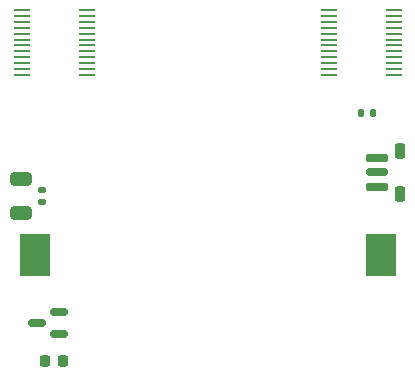
<source format=gbr>
%TF.GenerationSoftware,KiCad,Pcbnew,7.0.8*%
%TF.CreationDate,2023-11-09T10:40:38+10:00*%
%TF.ProjectId,LEDBoard,4c454442-6f61-4726-942e-6b696361645f,rev?*%
%TF.SameCoordinates,Original*%
%TF.FileFunction,Paste,Bot*%
%TF.FilePolarity,Positive*%
%FSLAX46Y46*%
G04 Gerber Fmt 4.6, Leading zero omitted, Abs format (unit mm)*
G04 Created by KiCad (PCBNEW 7.0.8) date 2023-11-09 10:40:38*
%MOMM*%
%LPD*%
G01*
G04 APERTURE LIST*
G04 Aperture macros list*
%AMRoundRect*
0 Rectangle with rounded corners*
0 $1 Rounding radius*
0 $2 $3 $4 $5 $6 $7 $8 $9 X,Y pos of 4 corners*
0 Add a 4 corners polygon primitive as box body*
4,1,4,$2,$3,$4,$5,$6,$7,$8,$9,$2,$3,0*
0 Add four circle primitives for the rounded corners*
1,1,$1+$1,$2,$3*
1,1,$1+$1,$4,$5*
1,1,$1+$1,$6,$7*
1,1,$1+$1,$8,$9*
0 Add four rect primitives between the rounded corners*
20,1,$1+$1,$2,$3,$4,$5,0*
20,1,$1+$1,$4,$5,$6,$7,0*
20,1,$1+$1,$6,$7,$8,$9,0*
20,1,$1+$1,$8,$9,$2,$3,0*%
G04 Aperture macros list end*
%ADD10R,2.600000X3.600000*%
%ADD11RoundRect,0.062500X0.587500X0.062500X-0.587500X0.062500X-0.587500X-0.062500X0.587500X-0.062500X0*%
%ADD12RoundRect,0.225000X-0.225000X-0.250000X0.225000X-0.250000X0.225000X0.250000X-0.225000X0.250000X0*%
%ADD13RoundRect,0.187500X-0.712500X0.187500X-0.712500X-0.187500X0.712500X-0.187500X0.712500X0.187500X0*%
%ADD14RoundRect,0.150000X-0.750000X0.150000X-0.750000X-0.150000X0.750000X-0.150000X0.750000X0.150000X0*%
%ADD15RoundRect,0.225000X-0.225000X0.425000X-0.225000X-0.425000X0.225000X-0.425000X0.225000X0.425000X0*%
%ADD16RoundRect,0.140000X0.170000X-0.140000X0.170000X0.140000X-0.170000X0.140000X-0.170000X-0.140000X0*%
%ADD17RoundRect,0.150000X0.587500X0.150000X-0.587500X0.150000X-0.587500X-0.150000X0.587500X-0.150000X0*%
%ADD18RoundRect,0.135000X0.135000X0.185000X-0.135000X0.185000X-0.135000X-0.185000X0.135000X-0.185000X0*%
%ADD19RoundRect,0.250000X0.650000X-0.325000X0.650000X0.325000X-0.650000X0.325000X-0.650000X-0.325000X0*%
G04 APERTURE END LIST*
D10*
%TO.C,BT1*%
X2850000Y-24500000D03*
X32150000Y-24500000D03*
%TD*%
D11*
%TO.C,J2*%
X33250000Y-3750000D03*
X27750000Y-3750000D03*
X33250000Y-4250000D03*
X27750000Y-4250000D03*
X33250000Y-4750000D03*
X27750000Y-4750000D03*
X33250000Y-5250000D03*
X27750000Y-5250000D03*
X33250000Y-5750000D03*
X27750000Y-5750000D03*
X33250000Y-6250000D03*
X27750000Y-6250000D03*
X33250000Y-6750000D03*
X27750000Y-6750000D03*
X33250000Y-7250000D03*
X27750000Y-7250000D03*
X33250000Y-7750000D03*
X27750000Y-7750000D03*
X33250000Y-8250000D03*
X27750000Y-8250000D03*
X33250000Y-8750000D03*
X27750000Y-8750000D03*
X33250000Y-9250000D03*
X27750000Y-9250000D03*
%TD*%
D12*
%TO.C,C3*%
X3725000Y-33500000D03*
X5275000Y-33500000D03*
%TD*%
D13*
%TO.C,SW1*%
X31850000Y-16275000D03*
X31850000Y-18725000D03*
D14*
X31850000Y-17500000D03*
D15*
X33800000Y-15650000D03*
X33800000Y-19350000D03*
%TD*%
D16*
%TO.C,C2*%
X3500000Y-19980000D03*
X3500000Y-19020000D03*
%TD*%
D17*
%TO.C,Q1*%
X4937500Y-29300000D03*
X4937500Y-31200000D03*
X3062500Y-30250000D03*
%TD*%
D11*
%TO.C,J1*%
X7250000Y-3750000D03*
X1750000Y-3750000D03*
X7250000Y-4250000D03*
X1750000Y-4250000D03*
X7250000Y-4750000D03*
X1750000Y-4750000D03*
X7250000Y-5250000D03*
X1750000Y-5250000D03*
X7250000Y-5750000D03*
X1750000Y-5750000D03*
X7250000Y-6250000D03*
X1750000Y-6250000D03*
X7250000Y-6750000D03*
X1750000Y-6750000D03*
X7250000Y-7250000D03*
X1750000Y-7250000D03*
X7250000Y-7750000D03*
X1750000Y-7750000D03*
X7250000Y-8250000D03*
X1750000Y-8250000D03*
X7250000Y-8750000D03*
X1750000Y-8750000D03*
X7250000Y-9250000D03*
X1750000Y-9250000D03*
%TD*%
D18*
%TO.C,R7*%
X31510000Y-12500000D03*
X30490000Y-12500000D03*
%TD*%
D19*
%TO.C,C1*%
X1650000Y-20975000D03*
X1650000Y-18025000D03*
%TD*%
M02*

</source>
